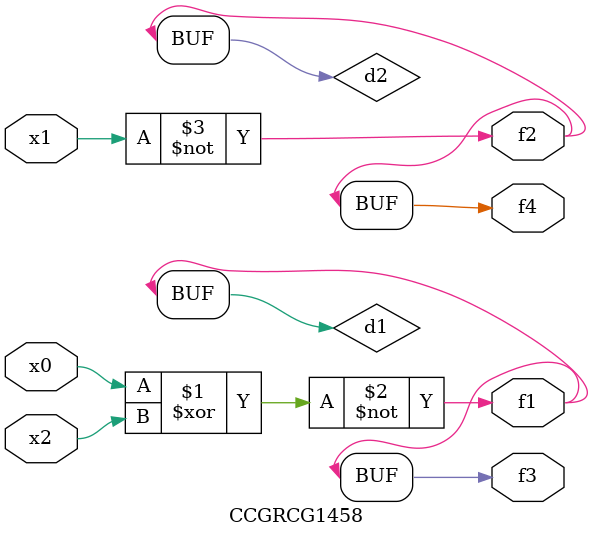
<source format=v>
module CCGRCG1458(
	input x0, x1, x2,
	output f1, f2, f3, f4
);

	wire d1, d2, d3;

	xnor (d1, x0, x2);
	nand (d2, x1);
	nor (d3, x1, x2);
	assign f1 = d1;
	assign f2 = d2;
	assign f3 = d1;
	assign f4 = d2;
endmodule

</source>
